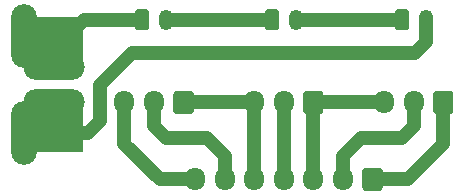
<source format=gbl>
G04 #@! TF.GenerationSoftware,KiCad,Pcbnew,(5.1.5)-3*
G04 #@! TF.CreationDate,2020-09-06T00:36:18+02:00*
G04 #@! TF.ProjectId,2S_serial_charging_board,32535f73-6572-4696-916c-5f6368617267,1*
G04 #@! TF.SameCoordinates,Original*
G04 #@! TF.FileFunction,Copper,L2,Bot*
G04 #@! TF.FilePolarity,Positive*
%FSLAX46Y46*%
G04 Gerber Fmt 4.6, Leading zero omitted, Abs format (unit mm)*
G04 Created by KiCad (PCBNEW (5.1.5)-3) date 2020-09-06 00:36:18*
%MOMM*%
%LPD*%
G04 APERTURE LIST*
%ADD10C,0.600000*%
%ADD11R,4.000000X4.200000*%
%ADD12O,2.200000X5.400000*%
%ADD13O,5.200000X2.200000*%
%ADD14O,1.200000X1.750000*%
%ADD15C,0.100000*%
%ADD16O,1.700000X1.950000*%
%ADD17C,1.200000*%
G04 APERTURE END LIST*
D10*
X95100000Y-114000000D03*
X95100000Y-113100000D03*
X95100000Y-112200000D03*
X95100000Y-104000000D03*
X95100000Y-104900000D03*
X95100000Y-105800000D03*
D11*
X94000000Y-112600000D03*
X94000000Y-105400000D03*
D12*
X91000000Y-113100000D03*
D13*
X93500000Y-110500000D03*
X93500000Y-107500000D03*
D12*
X91000000Y-104900000D03*
D10*
X94300000Y-104900000D03*
X92700000Y-105800000D03*
X94300000Y-105800000D03*
X94300000Y-104000000D03*
X92700000Y-104000000D03*
X92700000Y-104900000D03*
X93500000Y-104900000D03*
X93500000Y-105800000D03*
X93500000Y-104000000D03*
X93500000Y-113100000D03*
X93500000Y-112200000D03*
X92700000Y-112200000D03*
X92700000Y-113100000D03*
X94300000Y-112200000D03*
X94300000Y-113100000D03*
X94300000Y-114000000D03*
X93500000Y-114000000D03*
X92700000Y-114000000D03*
D14*
X125000000Y-103500000D03*
G04 #@! TA.AperFunction,ComponentPad*
D15*
G36*
X123374505Y-102626204D02*
G01*
X123398773Y-102629804D01*
X123422572Y-102635765D01*
X123445671Y-102644030D01*
X123467850Y-102654520D01*
X123488893Y-102667132D01*
X123508599Y-102681747D01*
X123526777Y-102698223D01*
X123543253Y-102716401D01*
X123557868Y-102736107D01*
X123570480Y-102757150D01*
X123580970Y-102779329D01*
X123589235Y-102802428D01*
X123595196Y-102826227D01*
X123598796Y-102850495D01*
X123600000Y-102874999D01*
X123600000Y-104125001D01*
X123598796Y-104149505D01*
X123595196Y-104173773D01*
X123589235Y-104197572D01*
X123580970Y-104220671D01*
X123570480Y-104242850D01*
X123557868Y-104263893D01*
X123543253Y-104283599D01*
X123526777Y-104301777D01*
X123508599Y-104318253D01*
X123488893Y-104332868D01*
X123467850Y-104345480D01*
X123445671Y-104355970D01*
X123422572Y-104364235D01*
X123398773Y-104370196D01*
X123374505Y-104373796D01*
X123350001Y-104375000D01*
X122649999Y-104375000D01*
X122625495Y-104373796D01*
X122601227Y-104370196D01*
X122577428Y-104364235D01*
X122554329Y-104355970D01*
X122532150Y-104345480D01*
X122511107Y-104332868D01*
X122491401Y-104318253D01*
X122473223Y-104301777D01*
X122456747Y-104283599D01*
X122442132Y-104263893D01*
X122429520Y-104242850D01*
X122419030Y-104220671D01*
X122410765Y-104197572D01*
X122404804Y-104173773D01*
X122401204Y-104149505D01*
X122400000Y-104125001D01*
X122400000Y-102874999D01*
X122401204Y-102850495D01*
X122404804Y-102826227D01*
X122410765Y-102802428D01*
X122419030Y-102779329D01*
X122429520Y-102757150D01*
X122442132Y-102736107D01*
X122456747Y-102716401D01*
X122473223Y-102698223D01*
X122491401Y-102681747D01*
X122511107Y-102667132D01*
X122532150Y-102654520D01*
X122554329Y-102644030D01*
X122577428Y-102635765D01*
X122601227Y-102629804D01*
X122625495Y-102626204D01*
X122649999Y-102625000D01*
X123350001Y-102625000D01*
X123374505Y-102626204D01*
G37*
G04 #@! TD.AperFunction*
D14*
X114000000Y-103500000D03*
G04 #@! TA.AperFunction,ComponentPad*
D15*
G36*
X112374505Y-102626204D02*
G01*
X112398773Y-102629804D01*
X112422572Y-102635765D01*
X112445671Y-102644030D01*
X112467850Y-102654520D01*
X112488893Y-102667132D01*
X112508599Y-102681747D01*
X112526777Y-102698223D01*
X112543253Y-102716401D01*
X112557868Y-102736107D01*
X112570480Y-102757150D01*
X112580970Y-102779329D01*
X112589235Y-102802428D01*
X112595196Y-102826227D01*
X112598796Y-102850495D01*
X112600000Y-102874999D01*
X112600000Y-104125001D01*
X112598796Y-104149505D01*
X112595196Y-104173773D01*
X112589235Y-104197572D01*
X112580970Y-104220671D01*
X112570480Y-104242850D01*
X112557868Y-104263893D01*
X112543253Y-104283599D01*
X112526777Y-104301777D01*
X112508599Y-104318253D01*
X112488893Y-104332868D01*
X112467850Y-104345480D01*
X112445671Y-104355970D01*
X112422572Y-104364235D01*
X112398773Y-104370196D01*
X112374505Y-104373796D01*
X112350001Y-104375000D01*
X111649999Y-104375000D01*
X111625495Y-104373796D01*
X111601227Y-104370196D01*
X111577428Y-104364235D01*
X111554329Y-104355970D01*
X111532150Y-104345480D01*
X111511107Y-104332868D01*
X111491401Y-104318253D01*
X111473223Y-104301777D01*
X111456747Y-104283599D01*
X111442132Y-104263893D01*
X111429520Y-104242850D01*
X111419030Y-104220671D01*
X111410765Y-104197572D01*
X111404804Y-104173773D01*
X111401204Y-104149505D01*
X111400000Y-104125001D01*
X111400000Y-102874999D01*
X111401204Y-102850495D01*
X111404804Y-102826227D01*
X111410765Y-102802428D01*
X111419030Y-102779329D01*
X111429520Y-102757150D01*
X111442132Y-102736107D01*
X111456747Y-102716401D01*
X111473223Y-102698223D01*
X111491401Y-102681747D01*
X111511107Y-102667132D01*
X111532150Y-102654520D01*
X111554329Y-102644030D01*
X111577428Y-102635765D01*
X111601227Y-102629804D01*
X111625495Y-102626204D01*
X111649999Y-102625000D01*
X112350001Y-102625000D01*
X112374505Y-102626204D01*
G37*
G04 #@! TD.AperFunction*
D14*
X103000000Y-103500000D03*
G04 #@! TA.AperFunction,ComponentPad*
D15*
G36*
X101374505Y-102626204D02*
G01*
X101398773Y-102629804D01*
X101422572Y-102635765D01*
X101445671Y-102644030D01*
X101467850Y-102654520D01*
X101488893Y-102667132D01*
X101508599Y-102681747D01*
X101526777Y-102698223D01*
X101543253Y-102716401D01*
X101557868Y-102736107D01*
X101570480Y-102757150D01*
X101580970Y-102779329D01*
X101589235Y-102802428D01*
X101595196Y-102826227D01*
X101598796Y-102850495D01*
X101600000Y-102874999D01*
X101600000Y-104125001D01*
X101598796Y-104149505D01*
X101595196Y-104173773D01*
X101589235Y-104197572D01*
X101580970Y-104220671D01*
X101570480Y-104242850D01*
X101557868Y-104263893D01*
X101543253Y-104283599D01*
X101526777Y-104301777D01*
X101508599Y-104318253D01*
X101488893Y-104332868D01*
X101467850Y-104345480D01*
X101445671Y-104355970D01*
X101422572Y-104364235D01*
X101398773Y-104370196D01*
X101374505Y-104373796D01*
X101350001Y-104375000D01*
X100649999Y-104375000D01*
X100625495Y-104373796D01*
X100601227Y-104370196D01*
X100577428Y-104364235D01*
X100554329Y-104355970D01*
X100532150Y-104345480D01*
X100511107Y-104332868D01*
X100491401Y-104318253D01*
X100473223Y-104301777D01*
X100456747Y-104283599D01*
X100442132Y-104263893D01*
X100429520Y-104242850D01*
X100419030Y-104220671D01*
X100410765Y-104197572D01*
X100404804Y-104173773D01*
X100401204Y-104149505D01*
X100400000Y-104125001D01*
X100400000Y-102874999D01*
X100401204Y-102850495D01*
X100404804Y-102826227D01*
X100410765Y-102802428D01*
X100419030Y-102779329D01*
X100429520Y-102757150D01*
X100442132Y-102736107D01*
X100456747Y-102716401D01*
X100473223Y-102698223D01*
X100491401Y-102681747D01*
X100511107Y-102667132D01*
X100532150Y-102654520D01*
X100554329Y-102644030D01*
X100577428Y-102635765D01*
X100601227Y-102629804D01*
X100625495Y-102626204D01*
X100649999Y-102625000D01*
X101350001Y-102625000D01*
X101374505Y-102626204D01*
G37*
G04 #@! TD.AperFunction*
D16*
X105500000Y-117000000D03*
X108000000Y-117000000D03*
X110500000Y-117000000D03*
X113000000Y-117000000D03*
X115500000Y-117000000D03*
X118000000Y-117000000D03*
G04 #@! TA.AperFunction,ComponentPad*
D15*
G36*
X121124504Y-116026204D02*
G01*
X121148773Y-116029804D01*
X121172571Y-116035765D01*
X121195671Y-116044030D01*
X121217849Y-116054520D01*
X121238893Y-116067133D01*
X121258598Y-116081747D01*
X121276777Y-116098223D01*
X121293253Y-116116402D01*
X121307867Y-116136107D01*
X121320480Y-116157151D01*
X121330970Y-116179329D01*
X121339235Y-116202429D01*
X121345196Y-116226227D01*
X121348796Y-116250496D01*
X121350000Y-116275000D01*
X121350000Y-117725000D01*
X121348796Y-117749504D01*
X121345196Y-117773773D01*
X121339235Y-117797571D01*
X121330970Y-117820671D01*
X121320480Y-117842849D01*
X121307867Y-117863893D01*
X121293253Y-117883598D01*
X121276777Y-117901777D01*
X121258598Y-117918253D01*
X121238893Y-117932867D01*
X121217849Y-117945480D01*
X121195671Y-117955970D01*
X121172571Y-117964235D01*
X121148773Y-117970196D01*
X121124504Y-117973796D01*
X121100000Y-117975000D01*
X119900000Y-117975000D01*
X119875496Y-117973796D01*
X119851227Y-117970196D01*
X119827429Y-117964235D01*
X119804329Y-117955970D01*
X119782151Y-117945480D01*
X119761107Y-117932867D01*
X119741402Y-117918253D01*
X119723223Y-117901777D01*
X119706747Y-117883598D01*
X119692133Y-117863893D01*
X119679520Y-117842849D01*
X119669030Y-117820671D01*
X119660765Y-117797571D01*
X119654804Y-117773773D01*
X119651204Y-117749504D01*
X119650000Y-117725000D01*
X119650000Y-116275000D01*
X119651204Y-116250496D01*
X119654804Y-116226227D01*
X119660765Y-116202429D01*
X119669030Y-116179329D01*
X119679520Y-116157151D01*
X119692133Y-116136107D01*
X119706747Y-116116402D01*
X119723223Y-116098223D01*
X119741402Y-116081747D01*
X119761107Y-116067133D01*
X119782151Y-116054520D01*
X119804329Y-116044030D01*
X119827429Y-116035765D01*
X119851227Y-116029804D01*
X119875496Y-116026204D01*
X119900000Y-116025000D01*
X121100000Y-116025000D01*
X121124504Y-116026204D01*
G37*
G04 #@! TD.AperFunction*
D16*
X99500000Y-110500000D03*
X102000000Y-110500000D03*
G04 #@! TA.AperFunction,ComponentPad*
D15*
G36*
X105124504Y-109526204D02*
G01*
X105148773Y-109529804D01*
X105172571Y-109535765D01*
X105195671Y-109544030D01*
X105217849Y-109554520D01*
X105238893Y-109567133D01*
X105258598Y-109581747D01*
X105276777Y-109598223D01*
X105293253Y-109616402D01*
X105307867Y-109636107D01*
X105320480Y-109657151D01*
X105330970Y-109679329D01*
X105339235Y-109702429D01*
X105345196Y-109726227D01*
X105348796Y-109750496D01*
X105350000Y-109775000D01*
X105350000Y-111225000D01*
X105348796Y-111249504D01*
X105345196Y-111273773D01*
X105339235Y-111297571D01*
X105330970Y-111320671D01*
X105320480Y-111342849D01*
X105307867Y-111363893D01*
X105293253Y-111383598D01*
X105276777Y-111401777D01*
X105258598Y-111418253D01*
X105238893Y-111432867D01*
X105217849Y-111445480D01*
X105195671Y-111455970D01*
X105172571Y-111464235D01*
X105148773Y-111470196D01*
X105124504Y-111473796D01*
X105100000Y-111475000D01*
X103900000Y-111475000D01*
X103875496Y-111473796D01*
X103851227Y-111470196D01*
X103827429Y-111464235D01*
X103804329Y-111455970D01*
X103782151Y-111445480D01*
X103761107Y-111432867D01*
X103741402Y-111418253D01*
X103723223Y-111401777D01*
X103706747Y-111383598D01*
X103692133Y-111363893D01*
X103679520Y-111342849D01*
X103669030Y-111320671D01*
X103660765Y-111297571D01*
X103654804Y-111273773D01*
X103651204Y-111249504D01*
X103650000Y-111225000D01*
X103650000Y-109775000D01*
X103651204Y-109750496D01*
X103654804Y-109726227D01*
X103660765Y-109702429D01*
X103669030Y-109679329D01*
X103679520Y-109657151D01*
X103692133Y-109636107D01*
X103706747Y-109616402D01*
X103723223Y-109598223D01*
X103741402Y-109581747D01*
X103761107Y-109567133D01*
X103782151Y-109554520D01*
X103804329Y-109544030D01*
X103827429Y-109535765D01*
X103851227Y-109529804D01*
X103875496Y-109526204D01*
X103900000Y-109525000D01*
X105100000Y-109525000D01*
X105124504Y-109526204D01*
G37*
G04 #@! TD.AperFunction*
D16*
X110500000Y-110500000D03*
X113000000Y-110500000D03*
G04 #@! TA.AperFunction,ComponentPad*
D15*
G36*
X116124504Y-109526204D02*
G01*
X116148773Y-109529804D01*
X116172571Y-109535765D01*
X116195671Y-109544030D01*
X116217849Y-109554520D01*
X116238893Y-109567133D01*
X116258598Y-109581747D01*
X116276777Y-109598223D01*
X116293253Y-109616402D01*
X116307867Y-109636107D01*
X116320480Y-109657151D01*
X116330970Y-109679329D01*
X116339235Y-109702429D01*
X116345196Y-109726227D01*
X116348796Y-109750496D01*
X116350000Y-109775000D01*
X116350000Y-111225000D01*
X116348796Y-111249504D01*
X116345196Y-111273773D01*
X116339235Y-111297571D01*
X116330970Y-111320671D01*
X116320480Y-111342849D01*
X116307867Y-111363893D01*
X116293253Y-111383598D01*
X116276777Y-111401777D01*
X116258598Y-111418253D01*
X116238893Y-111432867D01*
X116217849Y-111445480D01*
X116195671Y-111455970D01*
X116172571Y-111464235D01*
X116148773Y-111470196D01*
X116124504Y-111473796D01*
X116100000Y-111475000D01*
X114900000Y-111475000D01*
X114875496Y-111473796D01*
X114851227Y-111470196D01*
X114827429Y-111464235D01*
X114804329Y-111455970D01*
X114782151Y-111445480D01*
X114761107Y-111432867D01*
X114741402Y-111418253D01*
X114723223Y-111401777D01*
X114706747Y-111383598D01*
X114692133Y-111363893D01*
X114679520Y-111342849D01*
X114669030Y-111320671D01*
X114660765Y-111297571D01*
X114654804Y-111273773D01*
X114651204Y-111249504D01*
X114650000Y-111225000D01*
X114650000Y-109775000D01*
X114651204Y-109750496D01*
X114654804Y-109726227D01*
X114660765Y-109702429D01*
X114669030Y-109679329D01*
X114679520Y-109657151D01*
X114692133Y-109636107D01*
X114706747Y-109616402D01*
X114723223Y-109598223D01*
X114741402Y-109581747D01*
X114761107Y-109567133D01*
X114782151Y-109554520D01*
X114804329Y-109544030D01*
X114827429Y-109535765D01*
X114851227Y-109529804D01*
X114875496Y-109526204D01*
X114900000Y-109525000D01*
X116100000Y-109525000D01*
X116124504Y-109526204D01*
G37*
G04 #@! TD.AperFunction*
D16*
X121500000Y-110500000D03*
X124000000Y-110500000D03*
G04 #@! TA.AperFunction,ComponentPad*
D15*
G36*
X127124504Y-109526204D02*
G01*
X127148773Y-109529804D01*
X127172571Y-109535765D01*
X127195671Y-109544030D01*
X127217849Y-109554520D01*
X127238893Y-109567133D01*
X127258598Y-109581747D01*
X127276777Y-109598223D01*
X127293253Y-109616402D01*
X127307867Y-109636107D01*
X127320480Y-109657151D01*
X127330970Y-109679329D01*
X127339235Y-109702429D01*
X127345196Y-109726227D01*
X127348796Y-109750496D01*
X127350000Y-109775000D01*
X127350000Y-111225000D01*
X127348796Y-111249504D01*
X127345196Y-111273773D01*
X127339235Y-111297571D01*
X127330970Y-111320671D01*
X127320480Y-111342849D01*
X127307867Y-111363893D01*
X127293253Y-111383598D01*
X127276777Y-111401777D01*
X127258598Y-111418253D01*
X127238893Y-111432867D01*
X127217849Y-111445480D01*
X127195671Y-111455970D01*
X127172571Y-111464235D01*
X127148773Y-111470196D01*
X127124504Y-111473796D01*
X127100000Y-111475000D01*
X125900000Y-111475000D01*
X125875496Y-111473796D01*
X125851227Y-111470196D01*
X125827429Y-111464235D01*
X125804329Y-111455970D01*
X125782151Y-111445480D01*
X125761107Y-111432867D01*
X125741402Y-111418253D01*
X125723223Y-111401777D01*
X125706747Y-111383598D01*
X125692133Y-111363893D01*
X125679520Y-111342849D01*
X125669030Y-111320671D01*
X125660765Y-111297571D01*
X125654804Y-111273773D01*
X125651204Y-111249504D01*
X125650000Y-111225000D01*
X125650000Y-109775000D01*
X125651204Y-109750496D01*
X125654804Y-109726227D01*
X125660765Y-109702429D01*
X125669030Y-109679329D01*
X125679520Y-109657151D01*
X125692133Y-109636107D01*
X125706747Y-109616402D01*
X125723223Y-109598223D01*
X125741402Y-109581747D01*
X125761107Y-109567133D01*
X125782151Y-109554520D01*
X125804329Y-109544030D01*
X125827429Y-109535765D01*
X125851227Y-109529804D01*
X125875496Y-109526204D01*
X125900000Y-109525000D01*
X127100000Y-109525000D01*
X127124504Y-109526204D01*
G37*
G04 #@! TD.AperFunction*
D17*
X115500000Y-110500000D02*
X115500000Y-117000000D01*
X115500000Y-110500000D02*
X121500000Y-110500000D01*
X124000000Y-110500000D02*
X124000000Y-112500000D01*
X124000000Y-112500000D02*
X123000000Y-113500000D01*
X123000000Y-113500000D02*
X119500000Y-113500000D01*
X118000000Y-115000000D02*
X118000000Y-117000000D01*
X119500000Y-113500000D02*
X118000000Y-115000000D01*
X120500000Y-117000000D02*
X123500000Y-117000000D01*
X126500000Y-114000000D02*
X126500000Y-110500000D01*
X123500000Y-117000000D02*
X126500000Y-114000000D01*
X110500000Y-110500000D02*
X110500000Y-117000000D01*
X110500000Y-110500000D02*
X104500000Y-110500000D01*
X113000000Y-110500000D02*
X113000000Y-117000000D01*
X105500000Y-117000000D02*
X102500000Y-117000000D01*
X99500000Y-114000000D02*
X99500000Y-110500000D01*
X102500000Y-117000000D02*
X99500000Y-114000000D01*
X102000000Y-110500000D02*
X102000000Y-112500000D01*
X102000000Y-112500000D02*
X103000000Y-113500000D01*
X103000000Y-113500000D02*
X106500000Y-113500000D01*
X108000000Y-115000000D02*
X108000000Y-117000000D01*
X106500000Y-113500000D02*
X108000000Y-115000000D01*
X103000000Y-103500000D02*
X112000000Y-103500000D01*
X96100000Y-103500000D02*
X101000000Y-103500000D01*
X93500000Y-104900000D02*
X94700000Y-104900000D01*
X94700000Y-104900000D02*
X96100000Y-103500000D01*
X114000000Y-103500000D02*
X123000000Y-103500000D01*
X125000000Y-105400000D02*
X125000000Y-103500000D01*
X124100000Y-106300000D02*
X125000000Y-105400000D01*
X97400000Y-112100000D02*
X97400000Y-109000000D01*
X96400000Y-113100000D02*
X97400000Y-112100000D01*
X97400000Y-109000000D02*
X100100000Y-106300000D01*
X93500000Y-113100000D02*
X96400000Y-113100000D01*
X100100000Y-106300000D02*
X124100000Y-106300000D01*
M02*

</source>
